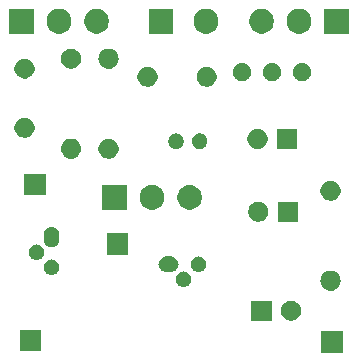
<source format=gbr>
G04 #@! TF.GenerationSoftware,KiCad,Pcbnew,5.0.2+dfsg1-1~bpo9+1*
G04 #@! TF.CreationDate,2020-10-14T23:05:51+08:00*
G04 #@! TF.ProjectId,BC108 NPN Fuzz Face,42433130-3820-44e5-904e-2046757a7a20,rev?*
G04 #@! TF.SameCoordinates,Original*
G04 #@! TF.FileFunction,Soldermask,Top*
G04 #@! TF.FilePolarity,Negative*
%FSLAX46Y46*%
G04 Gerber Fmt 4.6, Leading zero omitted, Abs format (unit mm)*
G04 Created by KiCad (PCBNEW 5.0.2+dfsg1-1~bpo9+1) date Wednesday, 14 October, 2020 11:05:51 PM PST*
%MOMM*%
%LPD*%
G01*
G04 APERTURE LIST*
%ADD10C,0.100000*%
G04 APERTURE END LIST*
D10*
G36*
X148094000Y-77863000D02*
X146292000Y-77863000D01*
X146292000Y-76061000D01*
X148094000Y-76061000D01*
X148094000Y-77863000D01*
X148094000Y-77863000D01*
G37*
G36*
X122567000Y-77736000D02*
X120765000Y-77736000D01*
X120765000Y-75934000D01*
X122567000Y-75934000D01*
X122567000Y-77736000D01*
X122567000Y-77736000D01*
G37*
G36*
X142075000Y-75146000D02*
X140373000Y-75146000D01*
X140373000Y-73444000D01*
X142075000Y-73444000D01*
X142075000Y-75146000D01*
X142075000Y-75146000D01*
G37*
G36*
X143972228Y-73476703D02*
X144127100Y-73540853D01*
X144266481Y-73633985D01*
X144385015Y-73752519D01*
X144478147Y-73891900D01*
X144542297Y-74046772D01*
X144575000Y-74211184D01*
X144575000Y-74378816D01*
X144542297Y-74543228D01*
X144478147Y-74698100D01*
X144385015Y-74837481D01*
X144266481Y-74956015D01*
X144127100Y-75049147D01*
X143972228Y-75113297D01*
X143807816Y-75146000D01*
X143640184Y-75146000D01*
X143475772Y-75113297D01*
X143320900Y-75049147D01*
X143181519Y-74956015D01*
X143062985Y-74837481D01*
X142969853Y-74698100D01*
X142905703Y-74543228D01*
X142873000Y-74378816D01*
X142873000Y-74211184D01*
X142905703Y-74046772D01*
X142969853Y-73891900D01*
X143062985Y-73752519D01*
X143181519Y-73633985D01*
X143320900Y-73540853D01*
X143475772Y-73476703D01*
X143640184Y-73444000D01*
X143807816Y-73444000D01*
X143972228Y-73476703D01*
X143972228Y-73476703D01*
G37*
G36*
X147232821Y-70916313D02*
X147232824Y-70916314D01*
X147232825Y-70916314D01*
X147393239Y-70964975D01*
X147393241Y-70964976D01*
X147393244Y-70964977D01*
X147541078Y-71043995D01*
X147670659Y-71150341D01*
X147777005Y-71279922D01*
X147856023Y-71427756D01*
X147904687Y-71588179D01*
X147921117Y-71755000D01*
X147904687Y-71921821D01*
X147904686Y-71921824D01*
X147904686Y-71921825D01*
X147883573Y-71991426D01*
X147856023Y-72082244D01*
X147777005Y-72230078D01*
X147670659Y-72359659D01*
X147541078Y-72466005D01*
X147393244Y-72545023D01*
X147393241Y-72545024D01*
X147393239Y-72545025D01*
X147232825Y-72593686D01*
X147232824Y-72593686D01*
X147232821Y-72593687D01*
X147107804Y-72606000D01*
X147024196Y-72606000D01*
X146899179Y-72593687D01*
X146899176Y-72593686D01*
X146899175Y-72593686D01*
X146738761Y-72545025D01*
X146738759Y-72545024D01*
X146738756Y-72545023D01*
X146590922Y-72466005D01*
X146461341Y-72359659D01*
X146354995Y-72230078D01*
X146275977Y-72082244D01*
X146248428Y-71991426D01*
X146227314Y-71921825D01*
X146227314Y-71921824D01*
X146227313Y-71921821D01*
X146210883Y-71755000D01*
X146227313Y-71588179D01*
X146275977Y-71427756D01*
X146354995Y-71279922D01*
X146461341Y-71150341D01*
X146590922Y-71043995D01*
X146738756Y-70964977D01*
X146738759Y-70964976D01*
X146738761Y-70964975D01*
X146899175Y-70916314D01*
X146899176Y-70916314D01*
X146899179Y-70916313D01*
X147024196Y-70904000D01*
X147107804Y-70904000D01*
X147232821Y-70916313D01*
X147232821Y-70916313D01*
G37*
G36*
X134683855Y-70980140D02*
X134747618Y-70986420D01*
X134822054Y-71009000D01*
X134870333Y-71023645D01*
X134965574Y-71074553D01*
X134983426Y-71084095D01*
X135082553Y-71165447D01*
X135163905Y-71264574D01*
X135163906Y-71264576D01*
X135224355Y-71377667D01*
X135224355Y-71377668D01*
X135261580Y-71500382D01*
X135274149Y-71628000D01*
X135261580Y-71755618D01*
X135236763Y-71837427D01*
X135224355Y-71878333D01*
X135201110Y-71921821D01*
X135163905Y-71991426D01*
X135082553Y-72090553D01*
X134983426Y-72171905D01*
X134983424Y-72171906D01*
X134870333Y-72232355D01*
X134829427Y-72244763D01*
X134747618Y-72269580D01*
X134683855Y-72275860D01*
X134651974Y-72279000D01*
X134588026Y-72279000D01*
X134556145Y-72275860D01*
X134492382Y-72269580D01*
X134410573Y-72244763D01*
X134369667Y-72232355D01*
X134256576Y-72171906D01*
X134256574Y-72171905D01*
X134157447Y-72090553D01*
X134076095Y-71991426D01*
X134038890Y-71921821D01*
X134015645Y-71878333D01*
X134003237Y-71837427D01*
X133978420Y-71755618D01*
X133965851Y-71628000D01*
X133978420Y-71500382D01*
X134015645Y-71377668D01*
X134015645Y-71377667D01*
X134076094Y-71264576D01*
X134076095Y-71264574D01*
X134157447Y-71165447D01*
X134256574Y-71084095D01*
X134274426Y-71074553D01*
X134369667Y-71023645D01*
X134417946Y-71009000D01*
X134492382Y-70986420D01*
X134556145Y-70980140D01*
X134588026Y-70977000D01*
X134651974Y-70977000D01*
X134683855Y-70980140D01*
X134683855Y-70980140D01*
G37*
G36*
X123507855Y-69964140D02*
X123571618Y-69970420D01*
X123646054Y-69993000D01*
X123694333Y-70007645D01*
X123794491Y-70061181D01*
X123807426Y-70068095D01*
X123906553Y-70149447D01*
X123987905Y-70248574D01*
X123987906Y-70248576D01*
X124048355Y-70361667D01*
X124048355Y-70361668D01*
X124085580Y-70484382D01*
X124098149Y-70612000D01*
X124085580Y-70739618D01*
X124061029Y-70820553D01*
X124048355Y-70862333D01*
X124026083Y-70904000D01*
X123987905Y-70975426D01*
X123906553Y-71074553D01*
X123807426Y-71155905D01*
X123807424Y-71155906D01*
X123694333Y-71216355D01*
X123653427Y-71228763D01*
X123571618Y-71253580D01*
X123507855Y-71259860D01*
X123475974Y-71263000D01*
X123412026Y-71263000D01*
X123380145Y-71259860D01*
X123316382Y-71253580D01*
X123234573Y-71228763D01*
X123193667Y-71216355D01*
X123080576Y-71155906D01*
X123080574Y-71155905D01*
X122981447Y-71074553D01*
X122900095Y-70975426D01*
X122861917Y-70904000D01*
X122839645Y-70862333D01*
X122826971Y-70820553D01*
X122802420Y-70739618D01*
X122789851Y-70612000D01*
X122802420Y-70484382D01*
X122839645Y-70361668D01*
X122839645Y-70361667D01*
X122900094Y-70248576D01*
X122900095Y-70248574D01*
X122981447Y-70149447D01*
X123080574Y-70068095D01*
X123093509Y-70061181D01*
X123193667Y-70007645D01*
X123241946Y-69993000D01*
X123316382Y-69970420D01*
X123380145Y-69964140D01*
X123412026Y-69961000D01*
X123475974Y-69961000D01*
X123507855Y-69964140D01*
X123507855Y-69964140D01*
G37*
G36*
X135953855Y-69710140D02*
X136017618Y-69716420D01*
X136099427Y-69741237D01*
X136140333Y-69753645D01*
X136235574Y-69804553D01*
X136253426Y-69814095D01*
X136352553Y-69895447D01*
X136433905Y-69994574D01*
X136433906Y-69994576D01*
X136494355Y-70107667D01*
X136494355Y-70107668D01*
X136531580Y-70230382D01*
X136544149Y-70358000D01*
X136531580Y-70485618D01*
X136506763Y-70567427D01*
X136494355Y-70608333D01*
X136440819Y-70708491D01*
X136433905Y-70721426D01*
X136352553Y-70820553D01*
X136253426Y-70901905D01*
X136240491Y-70908819D01*
X136140333Y-70962355D01*
X136099427Y-70974763D01*
X136017618Y-70999580D01*
X135953855Y-71005860D01*
X135921974Y-71009000D01*
X135858026Y-71009000D01*
X135826145Y-71005860D01*
X135762382Y-70999580D01*
X135680573Y-70974763D01*
X135639667Y-70962355D01*
X135539509Y-70908819D01*
X135526574Y-70901905D01*
X135427447Y-70820553D01*
X135346095Y-70721426D01*
X135339181Y-70708491D01*
X135285645Y-70608333D01*
X135273237Y-70567427D01*
X135248420Y-70485618D01*
X135235851Y-70358000D01*
X135248420Y-70230382D01*
X135285645Y-70107668D01*
X135285645Y-70107667D01*
X135346094Y-69994576D01*
X135346095Y-69994574D01*
X135427447Y-69895447D01*
X135526574Y-69814095D01*
X135544426Y-69804553D01*
X135639667Y-69753645D01*
X135680573Y-69741237D01*
X135762382Y-69716420D01*
X135826145Y-69710140D01*
X135858026Y-69707000D01*
X135921974Y-69707000D01*
X135953855Y-69710140D01*
X135953855Y-69710140D01*
G37*
G36*
X133613855Y-69710140D02*
X133677618Y-69716420D01*
X133759427Y-69741237D01*
X133800333Y-69753645D01*
X133895574Y-69804553D01*
X133913426Y-69814095D01*
X134012553Y-69895447D01*
X134093905Y-69994574D01*
X134093906Y-69994576D01*
X134154355Y-70107667D01*
X134154355Y-70107668D01*
X134191580Y-70230382D01*
X134204149Y-70358000D01*
X134191580Y-70485618D01*
X134166763Y-70567427D01*
X134154355Y-70608333D01*
X134100819Y-70708491D01*
X134093905Y-70721426D01*
X134012553Y-70820553D01*
X133913426Y-70901905D01*
X133900491Y-70908819D01*
X133800333Y-70962355D01*
X133759427Y-70974763D01*
X133677618Y-70999580D01*
X133613855Y-71005860D01*
X133581974Y-71009000D01*
X133118026Y-71009000D01*
X133086145Y-71005860D01*
X133022382Y-70999580D01*
X132940573Y-70974763D01*
X132899667Y-70962355D01*
X132799509Y-70908819D01*
X132786574Y-70901905D01*
X132687447Y-70820553D01*
X132606095Y-70721426D01*
X132599181Y-70708491D01*
X132545645Y-70608333D01*
X132533237Y-70567427D01*
X132508420Y-70485618D01*
X132495851Y-70358000D01*
X132508420Y-70230382D01*
X132545645Y-70107668D01*
X132545645Y-70107667D01*
X132606094Y-69994576D01*
X132606095Y-69994574D01*
X132687447Y-69895447D01*
X132786574Y-69814095D01*
X132804426Y-69804553D01*
X132899667Y-69753645D01*
X132940573Y-69741237D01*
X133022382Y-69716420D01*
X133086145Y-69710140D01*
X133118026Y-69707000D01*
X133581974Y-69707000D01*
X133613855Y-69710140D01*
X133613855Y-69710140D01*
G37*
G36*
X122237855Y-68694140D02*
X122301618Y-68700420D01*
X122383427Y-68725237D01*
X122424333Y-68737645D01*
X122524491Y-68791181D01*
X122537426Y-68798095D01*
X122636553Y-68879447D01*
X122717905Y-68978574D01*
X122717906Y-68978576D01*
X122778355Y-69091667D01*
X122778355Y-69091668D01*
X122815580Y-69214382D01*
X122828149Y-69342000D01*
X122815580Y-69469618D01*
X122792865Y-69544500D01*
X122778355Y-69592333D01*
X122724819Y-69692491D01*
X122717905Y-69705426D01*
X122636553Y-69804553D01*
X122537426Y-69885905D01*
X122537424Y-69885906D01*
X122424333Y-69946355D01*
X122383427Y-69958763D01*
X122301618Y-69983580D01*
X122237855Y-69989860D01*
X122205974Y-69993000D01*
X122142026Y-69993000D01*
X122110145Y-69989860D01*
X122046382Y-69983580D01*
X121964573Y-69958763D01*
X121923667Y-69946355D01*
X121810576Y-69885906D01*
X121810574Y-69885905D01*
X121711447Y-69804553D01*
X121630095Y-69705426D01*
X121623181Y-69692491D01*
X121569645Y-69592333D01*
X121555135Y-69544500D01*
X121532420Y-69469618D01*
X121519851Y-69342000D01*
X121532420Y-69214382D01*
X121569645Y-69091668D01*
X121569645Y-69091667D01*
X121630094Y-68978576D01*
X121630095Y-68978574D01*
X121711447Y-68879447D01*
X121810574Y-68798095D01*
X121823509Y-68791181D01*
X121923667Y-68737645D01*
X121964573Y-68725237D01*
X122046382Y-68700420D01*
X122110145Y-68694140D01*
X122142026Y-68691000D01*
X122205974Y-68691000D01*
X122237855Y-68694140D01*
X122237855Y-68694140D01*
G37*
G36*
X129933000Y-69544500D02*
X128131000Y-69544500D01*
X128131000Y-67742500D01*
X129933000Y-67742500D01*
X129933000Y-69544500D01*
X129933000Y-69544500D01*
G37*
G36*
X123571618Y-67230420D02*
X123653427Y-67255237D01*
X123694333Y-67267645D01*
X123794491Y-67321181D01*
X123807426Y-67328095D01*
X123906553Y-67409447D01*
X123987905Y-67508574D01*
X123987906Y-67508576D01*
X124048355Y-67621667D01*
X124048355Y-67621668D01*
X124085580Y-67744382D01*
X124095000Y-67840028D01*
X124095000Y-68303973D01*
X124085580Y-68399618D01*
X124060763Y-68481427D01*
X124048355Y-68522333D01*
X123994819Y-68622491D01*
X123987905Y-68635426D01*
X123906553Y-68734553D01*
X123906551Y-68734555D01*
X123840468Y-68788788D01*
X123807425Y-68815905D01*
X123754782Y-68844043D01*
X123694332Y-68876355D01*
X123653426Y-68888763D01*
X123571617Y-68913580D01*
X123444000Y-68926149D01*
X123316382Y-68913580D01*
X123234573Y-68888763D01*
X123193667Y-68876355D01*
X123080576Y-68815906D01*
X123080574Y-68815905D01*
X122981447Y-68734553D01*
X122900095Y-68635425D01*
X122839646Y-68522333D01*
X122839645Y-68522332D01*
X122827237Y-68481426D01*
X122802420Y-68399617D01*
X122793000Y-68303972D01*
X122793000Y-67840027D01*
X122802420Y-67744382D01*
X122839645Y-67621668D01*
X122839645Y-67621667D01*
X122900094Y-67508576D01*
X122900095Y-67508574D01*
X122981448Y-67409447D01*
X123080575Y-67328095D01*
X123093510Y-67321181D01*
X123193668Y-67267645D01*
X123234574Y-67255237D01*
X123316383Y-67230420D01*
X123444000Y-67217851D01*
X123571618Y-67230420D01*
X123571618Y-67230420D01*
G37*
G36*
X144297500Y-66764000D02*
X142595500Y-66764000D01*
X142595500Y-65062000D01*
X144297500Y-65062000D01*
X144297500Y-66764000D01*
X144297500Y-66764000D01*
G37*
G36*
X141194728Y-65094703D02*
X141349600Y-65158853D01*
X141488981Y-65251985D01*
X141607515Y-65370519D01*
X141700647Y-65509900D01*
X141764797Y-65664772D01*
X141797500Y-65829184D01*
X141797500Y-65996816D01*
X141764797Y-66161228D01*
X141700647Y-66316100D01*
X141607515Y-66455481D01*
X141488981Y-66574015D01*
X141349600Y-66667147D01*
X141194728Y-66731297D01*
X141030316Y-66764000D01*
X140862684Y-66764000D01*
X140698272Y-66731297D01*
X140543400Y-66667147D01*
X140404019Y-66574015D01*
X140285485Y-66455481D01*
X140192353Y-66316100D01*
X140128203Y-66161228D01*
X140095500Y-65996816D01*
X140095500Y-65829184D01*
X140128203Y-65664772D01*
X140192353Y-65509900D01*
X140285485Y-65370519D01*
X140404019Y-65251985D01*
X140543400Y-65158853D01*
X140698272Y-65094703D01*
X140862684Y-65062000D01*
X141030316Y-65062000D01*
X141194728Y-65094703D01*
X141194728Y-65094703D01*
G37*
G36*
X135434414Y-63696379D02*
X135434416Y-63696380D01*
X135434417Y-63696380D01*
X135520170Y-63731900D01*
X135625594Y-63775568D01*
X135797651Y-63890533D01*
X135943967Y-64036849D01*
X136058932Y-64208906D01*
X136138121Y-64400086D01*
X136178490Y-64603034D01*
X136178490Y-64809966D01*
X136138121Y-65012914D01*
X136058932Y-65204094D01*
X135943967Y-65376151D01*
X135797651Y-65522467D01*
X135797648Y-65522469D01*
X135625594Y-65637432D01*
X135434417Y-65716620D01*
X135434416Y-65716620D01*
X135434414Y-65716621D01*
X135231466Y-65756990D01*
X135024534Y-65756990D01*
X134821586Y-65716621D01*
X134821584Y-65716620D01*
X134821583Y-65716620D01*
X134630406Y-65637432D01*
X134458352Y-65522469D01*
X134458349Y-65522467D01*
X134312033Y-65376151D01*
X134197068Y-65204094D01*
X134117879Y-65012914D01*
X134077510Y-64809966D01*
X134077510Y-64603034D01*
X134117879Y-64400086D01*
X134197068Y-64208906D01*
X134312033Y-64036849D01*
X134458349Y-63890533D01*
X134630406Y-63775568D01*
X134735830Y-63731900D01*
X134821583Y-63696380D01*
X134821584Y-63696380D01*
X134821586Y-63696379D01*
X135024534Y-63656010D01*
X135231466Y-63656010D01*
X135434414Y-63696379D01*
X135434414Y-63696379D01*
G37*
G36*
X132259414Y-63696379D02*
X132259416Y-63696380D01*
X132259417Y-63696380D01*
X132345170Y-63731900D01*
X132450594Y-63775568D01*
X132622651Y-63890533D01*
X132768967Y-64036849D01*
X132883932Y-64208906D01*
X132963121Y-64400086D01*
X133003490Y-64603034D01*
X133003490Y-64809966D01*
X132963121Y-65012914D01*
X132883932Y-65204094D01*
X132768967Y-65376151D01*
X132622651Y-65522467D01*
X132622648Y-65522469D01*
X132450594Y-65637432D01*
X132259417Y-65716620D01*
X132259416Y-65716620D01*
X132259414Y-65716621D01*
X132056466Y-65756990D01*
X131849534Y-65756990D01*
X131646586Y-65716621D01*
X131646584Y-65716620D01*
X131646583Y-65716620D01*
X131455406Y-65637432D01*
X131283352Y-65522469D01*
X131283349Y-65522467D01*
X131137033Y-65376151D01*
X131022068Y-65204094D01*
X130942879Y-65012914D01*
X130902510Y-64809966D01*
X130902510Y-64603034D01*
X130942879Y-64400086D01*
X131022068Y-64208906D01*
X131137033Y-64036849D01*
X131283349Y-63890533D01*
X131455406Y-63775568D01*
X131560830Y-63731900D01*
X131646583Y-63696380D01*
X131646584Y-63696380D01*
X131646586Y-63696379D01*
X131849534Y-63656010D01*
X132056466Y-63656010D01*
X132259414Y-63696379D01*
X132259414Y-63696379D01*
G37*
G36*
X129828490Y-65756990D02*
X127727510Y-65756990D01*
X127727510Y-63656010D01*
X129828490Y-63656010D01*
X129828490Y-65756990D01*
X129828490Y-65756990D01*
G37*
G36*
X147314228Y-63316703D02*
X147469100Y-63380853D01*
X147608481Y-63473985D01*
X147727015Y-63592519D01*
X147820147Y-63731900D01*
X147884297Y-63886772D01*
X147917000Y-64051184D01*
X147917000Y-64218816D01*
X147884297Y-64383228D01*
X147820147Y-64538100D01*
X147727015Y-64677481D01*
X147608481Y-64796015D01*
X147469100Y-64889147D01*
X147314228Y-64953297D01*
X147149816Y-64986000D01*
X146982184Y-64986000D01*
X146817772Y-64953297D01*
X146662900Y-64889147D01*
X146523519Y-64796015D01*
X146404985Y-64677481D01*
X146311853Y-64538100D01*
X146247703Y-64383228D01*
X146215000Y-64218816D01*
X146215000Y-64051184D01*
X146247703Y-63886772D01*
X146311853Y-63731900D01*
X146404985Y-63592519D01*
X146523519Y-63473985D01*
X146662900Y-63380853D01*
X146817772Y-63316703D01*
X146982184Y-63284000D01*
X147149816Y-63284000D01*
X147314228Y-63316703D01*
X147314228Y-63316703D01*
G37*
G36*
X122948000Y-64528000D02*
X121146000Y-64528000D01*
X121146000Y-62726000D01*
X122948000Y-62726000D01*
X122948000Y-64528000D01*
X122948000Y-64528000D01*
G37*
G36*
X125261821Y-59740313D02*
X125261824Y-59740314D01*
X125261825Y-59740314D01*
X125422239Y-59788975D01*
X125422241Y-59788976D01*
X125422244Y-59788977D01*
X125570078Y-59867995D01*
X125699659Y-59974341D01*
X125806005Y-60103922D01*
X125885023Y-60251756D01*
X125885024Y-60251759D01*
X125885025Y-60251761D01*
X125917552Y-60358988D01*
X125933687Y-60412179D01*
X125950117Y-60579000D01*
X125933687Y-60745821D01*
X125933686Y-60745824D01*
X125933686Y-60745825D01*
X125908993Y-60827228D01*
X125885023Y-60906244D01*
X125806005Y-61054078D01*
X125699659Y-61183659D01*
X125570078Y-61290005D01*
X125422244Y-61369023D01*
X125422241Y-61369024D01*
X125422239Y-61369025D01*
X125261825Y-61417686D01*
X125261824Y-61417686D01*
X125261821Y-61417687D01*
X125136804Y-61430000D01*
X125053196Y-61430000D01*
X124928179Y-61417687D01*
X124928176Y-61417686D01*
X124928175Y-61417686D01*
X124767761Y-61369025D01*
X124767759Y-61369024D01*
X124767756Y-61369023D01*
X124619922Y-61290005D01*
X124490341Y-61183659D01*
X124383995Y-61054078D01*
X124304977Y-60906244D01*
X124281008Y-60827228D01*
X124256314Y-60745825D01*
X124256314Y-60745824D01*
X124256313Y-60745821D01*
X124239883Y-60579000D01*
X124256313Y-60412179D01*
X124272448Y-60358988D01*
X124304975Y-60251761D01*
X124304976Y-60251759D01*
X124304977Y-60251756D01*
X124383995Y-60103922D01*
X124490341Y-59974341D01*
X124619922Y-59867995D01*
X124767756Y-59788977D01*
X124767759Y-59788976D01*
X124767761Y-59788975D01*
X124928175Y-59740314D01*
X124928176Y-59740314D01*
X124928179Y-59740313D01*
X125053196Y-59728000D01*
X125136804Y-59728000D01*
X125261821Y-59740313D01*
X125261821Y-59740313D01*
G37*
G36*
X128518228Y-59760703D02*
X128673100Y-59824853D01*
X128812481Y-59917985D01*
X128931015Y-60036519D01*
X129024147Y-60175900D01*
X129088297Y-60330772D01*
X129121000Y-60495184D01*
X129121000Y-60662816D01*
X129088297Y-60827228D01*
X129024147Y-60982100D01*
X128931015Y-61121481D01*
X128812481Y-61240015D01*
X128673100Y-61333147D01*
X128518228Y-61397297D01*
X128353816Y-61430000D01*
X128186184Y-61430000D01*
X128021772Y-61397297D01*
X127866900Y-61333147D01*
X127727519Y-61240015D01*
X127608985Y-61121481D01*
X127515853Y-60982100D01*
X127451703Y-60827228D01*
X127419000Y-60662816D01*
X127419000Y-60495184D01*
X127451703Y-60330772D01*
X127515853Y-60175900D01*
X127608985Y-60036519D01*
X127727519Y-59917985D01*
X127866900Y-59824853D01*
X128021772Y-59760703D01*
X128186184Y-59728000D01*
X128353816Y-59728000D01*
X128518228Y-59760703D01*
X128518228Y-59760703D01*
G37*
G36*
X144234000Y-60604500D02*
X142532000Y-60604500D01*
X142532000Y-58902500D01*
X144234000Y-58902500D01*
X144234000Y-60604500D01*
X144234000Y-60604500D01*
G37*
G36*
X141131228Y-58935203D02*
X141286100Y-58999353D01*
X141425481Y-59092485D01*
X141544015Y-59211019D01*
X141637147Y-59350400D01*
X141701297Y-59505272D01*
X141734000Y-59669684D01*
X141734000Y-59837316D01*
X141701297Y-60001728D01*
X141637147Y-60156600D01*
X141544015Y-60295981D01*
X141425481Y-60414515D01*
X141286100Y-60507647D01*
X141131228Y-60571797D01*
X140966816Y-60604500D01*
X140799184Y-60604500D01*
X140634772Y-60571797D01*
X140479900Y-60507647D01*
X140340519Y-60414515D01*
X140221985Y-60295981D01*
X140128853Y-60156600D01*
X140064703Y-60001728D01*
X140032000Y-59837316D01*
X140032000Y-59669684D01*
X140064703Y-59505272D01*
X140128853Y-59350400D01*
X140221985Y-59211019D01*
X140340519Y-59092485D01*
X140479900Y-58999353D01*
X140634772Y-58935203D01*
X140799184Y-58902500D01*
X140966816Y-58902500D01*
X141131228Y-58935203D01*
X141131228Y-58935203D01*
G37*
G36*
X136174890Y-59318017D02*
X136293361Y-59367089D01*
X136399992Y-59438338D01*
X136490662Y-59529008D01*
X136561911Y-59635639D01*
X136610983Y-59754110D01*
X136636000Y-59879881D01*
X136636000Y-60008119D01*
X136610983Y-60133890D01*
X136561911Y-60252361D01*
X136490662Y-60358992D01*
X136399992Y-60449662D01*
X136293361Y-60520911D01*
X136174890Y-60569983D01*
X136049119Y-60595000D01*
X135920881Y-60595000D01*
X135795110Y-60569983D01*
X135676639Y-60520911D01*
X135570008Y-60449662D01*
X135479338Y-60358992D01*
X135408089Y-60252361D01*
X135359017Y-60133890D01*
X135334000Y-60008119D01*
X135334000Y-59879881D01*
X135359017Y-59754110D01*
X135408089Y-59635639D01*
X135479338Y-59529008D01*
X135570008Y-59438338D01*
X135676639Y-59367089D01*
X135795110Y-59318017D01*
X135920881Y-59293000D01*
X136049119Y-59293000D01*
X136174890Y-59318017D01*
X136174890Y-59318017D01*
G37*
G36*
X134174890Y-59318017D02*
X134293361Y-59367089D01*
X134399992Y-59438338D01*
X134490662Y-59529008D01*
X134561911Y-59635639D01*
X134610983Y-59754110D01*
X134636000Y-59879881D01*
X134636000Y-60008119D01*
X134610983Y-60133890D01*
X134561911Y-60252361D01*
X134490662Y-60358992D01*
X134399992Y-60449662D01*
X134293361Y-60520911D01*
X134174890Y-60569983D01*
X134049119Y-60595000D01*
X133920881Y-60595000D01*
X133795110Y-60569983D01*
X133676639Y-60520911D01*
X133570008Y-60449662D01*
X133479338Y-60358992D01*
X133408089Y-60252361D01*
X133359017Y-60133890D01*
X133334000Y-60008119D01*
X133334000Y-59879881D01*
X133359017Y-59754110D01*
X133408089Y-59635639D01*
X133479338Y-59529008D01*
X133570008Y-59438338D01*
X133676639Y-59367089D01*
X133795110Y-59318017D01*
X133920881Y-59293000D01*
X134049119Y-59293000D01*
X134174890Y-59318017D01*
X134174890Y-59318017D01*
G37*
G36*
X121406228Y-57982703D02*
X121561100Y-58046853D01*
X121700481Y-58139985D01*
X121819015Y-58258519D01*
X121912147Y-58397900D01*
X121976297Y-58552772D01*
X122009000Y-58717184D01*
X122009000Y-58884816D01*
X121976297Y-59049228D01*
X121912147Y-59204100D01*
X121819015Y-59343481D01*
X121700481Y-59462015D01*
X121561100Y-59555147D01*
X121406228Y-59619297D01*
X121241816Y-59652000D01*
X121074184Y-59652000D01*
X120909772Y-59619297D01*
X120754900Y-59555147D01*
X120615519Y-59462015D01*
X120496985Y-59343481D01*
X120403853Y-59204100D01*
X120339703Y-59049228D01*
X120307000Y-58884816D01*
X120307000Y-58717184D01*
X120339703Y-58552772D01*
X120403853Y-58397900D01*
X120496985Y-58258519D01*
X120615519Y-58139985D01*
X120754900Y-58046853D01*
X120909772Y-57982703D01*
X121074184Y-57950000D01*
X121241816Y-57950000D01*
X121406228Y-57982703D01*
X121406228Y-57982703D01*
G37*
G36*
X131820228Y-53664703D02*
X131975100Y-53728853D01*
X132114481Y-53821985D01*
X132233015Y-53940519D01*
X132326147Y-54079900D01*
X132390297Y-54234772D01*
X132423000Y-54399184D01*
X132423000Y-54566816D01*
X132390297Y-54731228D01*
X132326147Y-54886100D01*
X132233015Y-55025481D01*
X132114481Y-55144015D01*
X131975100Y-55237147D01*
X131820228Y-55301297D01*
X131655816Y-55334000D01*
X131488184Y-55334000D01*
X131323772Y-55301297D01*
X131168900Y-55237147D01*
X131029519Y-55144015D01*
X130910985Y-55025481D01*
X130817853Y-54886100D01*
X130753703Y-54731228D01*
X130721000Y-54566816D01*
X130721000Y-54399184D01*
X130753703Y-54234772D01*
X130817853Y-54079900D01*
X130910985Y-53940519D01*
X131029519Y-53821985D01*
X131168900Y-53728853D01*
X131323772Y-53664703D01*
X131488184Y-53632000D01*
X131655816Y-53632000D01*
X131820228Y-53664703D01*
X131820228Y-53664703D01*
G37*
G36*
X136820228Y-53664703D02*
X136975100Y-53728853D01*
X137114481Y-53821985D01*
X137233015Y-53940519D01*
X137326147Y-54079900D01*
X137390297Y-54234772D01*
X137423000Y-54399184D01*
X137423000Y-54566816D01*
X137390297Y-54731228D01*
X137326147Y-54886100D01*
X137233015Y-55025481D01*
X137114481Y-55144015D01*
X136975100Y-55237147D01*
X136820228Y-55301297D01*
X136655816Y-55334000D01*
X136488184Y-55334000D01*
X136323772Y-55301297D01*
X136168900Y-55237147D01*
X136029519Y-55144015D01*
X135910985Y-55025481D01*
X135817853Y-54886100D01*
X135753703Y-54731228D01*
X135721000Y-54566816D01*
X135721000Y-54399184D01*
X135753703Y-54234772D01*
X135817853Y-54079900D01*
X135910985Y-53940519D01*
X136029519Y-53821985D01*
X136168900Y-53728853D01*
X136323772Y-53664703D01*
X136488184Y-53632000D01*
X136655816Y-53632000D01*
X136820228Y-53664703D01*
X136820228Y-53664703D01*
G37*
G36*
X144778589Y-53340876D02*
X144877893Y-53360629D01*
X145018206Y-53418748D01*
X145144484Y-53503125D01*
X145251875Y-53610516D01*
X145336252Y-53736794D01*
X145394371Y-53877107D01*
X145424000Y-54026063D01*
X145424000Y-54177937D01*
X145394371Y-54326893D01*
X145336252Y-54467206D01*
X145251875Y-54593484D01*
X145144484Y-54700875D01*
X145018206Y-54785252D01*
X144877893Y-54843371D01*
X144778589Y-54863124D01*
X144728938Y-54873000D01*
X144577062Y-54873000D01*
X144527411Y-54863124D01*
X144428107Y-54843371D01*
X144287794Y-54785252D01*
X144161516Y-54700875D01*
X144054125Y-54593484D01*
X143969748Y-54467206D01*
X143911629Y-54326893D01*
X143882000Y-54177937D01*
X143882000Y-54026063D01*
X143911629Y-53877107D01*
X143969748Y-53736794D01*
X144054125Y-53610516D01*
X144161516Y-53503125D01*
X144287794Y-53418748D01*
X144428107Y-53360629D01*
X144527411Y-53340876D01*
X144577062Y-53331000D01*
X144728938Y-53331000D01*
X144778589Y-53340876D01*
X144778589Y-53340876D01*
G37*
G36*
X142238589Y-53340876D02*
X142337893Y-53360629D01*
X142478206Y-53418748D01*
X142604484Y-53503125D01*
X142711875Y-53610516D01*
X142796252Y-53736794D01*
X142854371Y-53877107D01*
X142884000Y-54026063D01*
X142884000Y-54177937D01*
X142854371Y-54326893D01*
X142796252Y-54467206D01*
X142711875Y-54593484D01*
X142604484Y-54700875D01*
X142478206Y-54785252D01*
X142337893Y-54843371D01*
X142238589Y-54863124D01*
X142188938Y-54873000D01*
X142037062Y-54873000D01*
X141987411Y-54863124D01*
X141888107Y-54843371D01*
X141747794Y-54785252D01*
X141621516Y-54700875D01*
X141514125Y-54593484D01*
X141429748Y-54467206D01*
X141371629Y-54326893D01*
X141342000Y-54177937D01*
X141342000Y-54026063D01*
X141371629Y-53877107D01*
X141429748Y-53736794D01*
X141514125Y-53610516D01*
X141621516Y-53503125D01*
X141747794Y-53418748D01*
X141888107Y-53360629D01*
X141987411Y-53340876D01*
X142037062Y-53331000D01*
X142188938Y-53331000D01*
X142238589Y-53340876D01*
X142238589Y-53340876D01*
G37*
G36*
X139698589Y-53340876D02*
X139797893Y-53360629D01*
X139938206Y-53418748D01*
X140064484Y-53503125D01*
X140171875Y-53610516D01*
X140256252Y-53736794D01*
X140314371Y-53877107D01*
X140344000Y-54026063D01*
X140344000Y-54177937D01*
X140314371Y-54326893D01*
X140256252Y-54467206D01*
X140171875Y-54593484D01*
X140064484Y-54700875D01*
X139938206Y-54785252D01*
X139797893Y-54843371D01*
X139698589Y-54863124D01*
X139648938Y-54873000D01*
X139497062Y-54873000D01*
X139447411Y-54863124D01*
X139348107Y-54843371D01*
X139207794Y-54785252D01*
X139081516Y-54700875D01*
X138974125Y-54593484D01*
X138889748Y-54467206D01*
X138831629Y-54326893D01*
X138802000Y-54177937D01*
X138802000Y-54026063D01*
X138831629Y-53877107D01*
X138889748Y-53736794D01*
X138974125Y-53610516D01*
X139081516Y-53503125D01*
X139207794Y-53418748D01*
X139348107Y-53360629D01*
X139447411Y-53340876D01*
X139497062Y-53331000D01*
X139648938Y-53331000D01*
X139698589Y-53340876D01*
X139698589Y-53340876D01*
G37*
G36*
X121406228Y-52982703D02*
X121561100Y-53046853D01*
X121700481Y-53139985D01*
X121819015Y-53258519D01*
X121912147Y-53397900D01*
X121976297Y-53552772D01*
X122009000Y-53717184D01*
X122009000Y-53884816D01*
X121976297Y-54049228D01*
X121912147Y-54204100D01*
X121819015Y-54343481D01*
X121700481Y-54462015D01*
X121561100Y-54555147D01*
X121406228Y-54619297D01*
X121241816Y-54652000D01*
X121074184Y-54652000D01*
X120909772Y-54619297D01*
X120754900Y-54555147D01*
X120615519Y-54462015D01*
X120496985Y-54343481D01*
X120403853Y-54204100D01*
X120339703Y-54049228D01*
X120307000Y-53884816D01*
X120307000Y-53717184D01*
X120339703Y-53552772D01*
X120403853Y-53397900D01*
X120496985Y-53258519D01*
X120615519Y-53139985D01*
X120754900Y-53046853D01*
X120909772Y-52982703D01*
X121074184Y-52950000D01*
X121241816Y-52950000D01*
X121406228Y-52982703D01*
X121406228Y-52982703D01*
G37*
G36*
X128436821Y-52120313D02*
X128436824Y-52120314D01*
X128436825Y-52120314D01*
X128597239Y-52168975D01*
X128597241Y-52168976D01*
X128597244Y-52168977D01*
X128745078Y-52247995D01*
X128874659Y-52354341D01*
X128981005Y-52483922D01*
X129060023Y-52631756D01*
X129060024Y-52631759D01*
X129060025Y-52631761D01*
X129108686Y-52792175D01*
X129108687Y-52792179D01*
X129125117Y-52959000D01*
X129108687Y-53125821D01*
X129108686Y-53125824D01*
X129108686Y-53125825D01*
X129068434Y-53258519D01*
X129060023Y-53286244D01*
X128981005Y-53434078D01*
X128874659Y-53563659D01*
X128745078Y-53670005D01*
X128597244Y-53749023D01*
X128597241Y-53749024D01*
X128597239Y-53749025D01*
X128436825Y-53797686D01*
X128436824Y-53797686D01*
X128436821Y-53797687D01*
X128311804Y-53810000D01*
X128228196Y-53810000D01*
X128103179Y-53797687D01*
X128103176Y-53797686D01*
X128103175Y-53797686D01*
X127942761Y-53749025D01*
X127942759Y-53749024D01*
X127942756Y-53749023D01*
X127794922Y-53670005D01*
X127665341Y-53563659D01*
X127558995Y-53434078D01*
X127479977Y-53286244D01*
X127471567Y-53258519D01*
X127431314Y-53125825D01*
X127431314Y-53125824D01*
X127431313Y-53125821D01*
X127414883Y-52959000D01*
X127431313Y-52792179D01*
X127431314Y-52792175D01*
X127479975Y-52631761D01*
X127479976Y-52631759D01*
X127479977Y-52631756D01*
X127558995Y-52483922D01*
X127665341Y-52354341D01*
X127794922Y-52247995D01*
X127942756Y-52168977D01*
X127942759Y-52168976D01*
X127942761Y-52168975D01*
X128103175Y-52120314D01*
X128103176Y-52120314D01*
X128103179Y-52120313D01*
X128228196Y-52108000D01*
X128311804Y-52108000D01*
X128436821Y-52120313D01*
X128436821Y-52120313D01*
G37*
G36*
X125343228Y-52140703D02*
X125498100Y-52204853D01*
X125637481Y-52297985D01*
X125756015Y-52416519D01*
X125849147Y-52555900D01*
X125913297Y-52710772D01*
X125946000Y-52875184D01*
X125946000Y-53042816D01*
X125913297Y-53207228D01*
X125849147Y-53362100D01*
X125756015Y-53501481D01*
X125637481Y-53620015D01*
X125498100Y-53713147D01*
X125343228Y-53777297D01*
X125178816Y-53810000D01*
X125011184Y-53810000D01*
X124846772Y-53777297D01*
X124691900Y-53713147D01*
X124552519Y-53620015D01*
X124433985Y-53501481D01*
X124340853Y-53362100D01*
X124276703Y-53207228D01*
X124244000Y-53042816D01*
X124244000Y-52875184D01*
X124276703Y-52710772D01*
X124340853Y-52555900D01*
X124433985Y-52416519D01*
X124552519Y-52297985D01*
X124691900Y-52204853D01*
X124846772Y-52140703D01*
X125011184Y-52108000D01*
X125178816Y-52108000D01*
X125343228Y-52140703D01*
X125343228Y-52140703D01*
G37*
G36*
X121954490Y-50834490D02*
X119853510Y-50834490D01*
X119853510Y-48733510D01*
X121954490Y-48733510D01*
X121954490Y-50834490D01*
X121954490Y-50834490D01*
G37*
G36*
X124385414Y-48773879D02*
X124385416Y-48773880D01*
X124385417Y-48773880D01*
X124576594Y-48853068D01*
X124748651Y-48968033D01*
X124894967Y-49114349D01*
X125009932Y-49286406D01*
X125089121Y-49477586D01*
X125129490Y-49680534D01*
X125129490Y-49887466D01*
X125089121Y-50090414D01*
X125009932Y-50281594D01*
X124894967Y-50453651D01*
X124748651Y-50599967D01*
X124748648Y-50599969D01*
X124576594Y-50714932D01*
X124385417Y-50794120D01*
X124385416Y-50794120D01*
X124385414Y-50794121D01*
X124182466Y-50834490D01*
X123975534Y-50834490D01*
X123772586Y-50794121D01*
X123772584Y-50794120D01*
X123772583Y-50794120D01*
X123581406Y-50714932D01*
X123409352Y-50599969D01*
X123409349Y-50599967D01*
X123263033Y-50453651D01*
X123148068Y-50281594D01*
X123068879Y-50090414D01*
X123028510Y-49887466D01*
X123028510Y-49680534D01*
X123068879Y-49477586D01*
X123148068Y-49286406D01*
X123263033Y-49114349D01*
X123409349Y-48968033D01*
X123581406Y-48853068D01*
X123772583Y-48773880D01*
X123772584Y-48773880D01*
X123772586Y-48773879D01*
X123975534Y-48733510D01*
X124182466Y-48733510D01*
X124385414Y-48773879D01*
X124385414Y-48773879D01*
G37*
G36*
X127560414Y-48773879D02*
X127560416Y-48773880D01*
X127560417Y-48773880D01*
X127751594Y-48853068D01*
X127923651Y-48968033D01*
X128069967Y-49114349D01*
X128184932Y-49286406D01*
X128264121Y-49477586D01*
X128304490Y-49680534D01*
X128304490Y-49887466D01*
X128264121Y-50090414D01*
X128184932Y-50281594D01*
X128069967Y-50453651D01*
X127923651Y-50599967D01*
X127923648Y-50599969D01*
X127751594Y-50714932D01*
X127560417Y-50794120D01*
X127560416Y-50794120D01*
X127560414Y-50794121D01*
X127357466Y-50834490D01*
X127150534Y-50834490D01*
X126947586Y-50794121D01*
X126947584Y-50794120D01*
X126947583Y-50794120D01*
X126756406Y-50714932D01*
X126584352Y-50599969D01*
X126584349Y-50599967D01*
X126438033Y-50453651D01*
X126323068Y-50281594D01*
X126243879Y-50090414D01*
X126203510Y-49887466D01*
X126203510Y-49680534D01*
X126243879Y-49477586D01*
X126323068Y-49286406D01*
X126438033Y-49114349D01*
X126584349Y-48968033D01*
X126756406Y-48853068D01*
X126947583Y-48773880D01*
X126947584Y-48773880D01*
X126947586Y-48773879D01*
X127150534Y-48733510D01*
X127357466Y-48733510D01*
X127560414Y-48773879D01*
X127560414Y-48773879D01*
G37*
G36*
X148624490Y-50834490D02*
X146523510Y-50834490D01*
X146523510Y-48733510D01*
X148624490Y-48733510D01*
X148624490Y-50834490D01*
X148624490Y-50834490D01*
G37*
G36*
X144705414Y-48773879D02*
X144705416Y-48773880D01*
X144705417Y-48773880D01*
X144896594Y-48853068D01*
X145068651Y-48968033D01*
X145214967Y-49114349D01*
X145329932Y-49286406D01*
X145409121Y-49477586D01*
X145449490Y-49680534D01*
X145449490Y-49887466D01*
X145409121Y-50090414D01*
X145329932Y-50281594D01*
X145214967Y-50453651D01*
X145068651Y-50599967D01*
X145068648Y-50599969D01*
X144896594Y-50714932D01*
X144705417Y-50794120D01*
X144705416Y-50794120D01*
X144705414Y-50794121D01*
X144502466Y-50834490D01*
X144295534Y-50834490D01*
X144092586Y-50794121D01*
X144092584Y-50794120D01*
X144092583Y-50794120D01*
X143901406Y-50714932D01*
X143729352Y-50599969D01*
X143729349Y-50599967D01*
X143583033Y-50453651D01*
X143468068Y-50281594D01*
X143388879Y-50090414D01*
X143348510Y-49887466D01*
X143348510Y-49680534D01*
X143388879Y-49477586D01*
X143468068Y-49286406D01*
X143583033Y-49114349D01*
X143729349Y-48968033D01*
X143901406Y-48853068D01*
X144092583Y-48773880D01*
X144092584Y-48773880D01*
X144092586Y-48773879D01*
X144295534Y-48733510D01*
X144502466Y-48733510D01*
X144705414Y-48773879D01*
X144705414Y-48773879D01*
G37*
G36*
X141530414Y-48773879D02*
X141530416Y-48773880D01*
X141530417Y-48773880D01*
X141721594Y-48853068D01*
X141893651Y-48968033D01*
X142039967Y-49114349D01*
X142154932Y-49286406D01*
X142234121Y-49477586D01*
X142274490Y-49680534D01*
X142274490Y-49887466D01*
X142234121Y-50090414D01*
X142154932Y-50281594D01*
X142039967Y-50453651D01*
X141893651Y-50599967D01*
X141893648Y-50599969D01*
X141721594Y-50714932D01*
X141530417Y-50794120D01*
X141530416Y-50794120D01*
X141530414Y-50794121D01*
X141327466Y-50834490D01*
X141120534Y-50834490D01*
X140917586Y-50794121D01*
X140917584Y-50794120D01*
X140917583Y-50794120D01*
X140726406Y-50714932D01*
X140554352Y-50599969D01*
X140554349Y-50599967D01*
X140408033Y-50453651D01*
X140293068Y-50281594D01*
X140213879Y-50090414D01*
X140173510Y-49887466D01*
X140173510Y-49680534D01*
X140213879Y-49477586D01*
X140293068Y-49286406D01*
X140408033Y-49114349D01*
X140554349Y-48968033D01*
X140726406Y-48853068D01*
X140917583Y-48773880D01*
X140917584Y-48773880D01*
X140917586Y-48773879D01*
X141120534Y-48733510D01*
X141327466Y-48733510D01*
X141530414Y-48773879D01*
X141530414Y-48773879D01*
G37*
G36*
X136831414Y-48773879D02*
X136831416Y-48773880D01*
X136831417Y-48773880D01*
X137022594Y-48853068D01*
X137194651Y-48968033D01*
X137340967Y-49114349D01*
X137455932Y-49286406D01*
X137535121Y-49477586D01*
X137575490Y-49680534D01*
X137575490Y-49887466D01*
X137535121Y-50090414D01*
X137455932Y-50281594D01*
X137340967Y-50453651D01*
X137194651Y-50599967D01*
X137194648Y-50599969D01*
X137022594Y-50714932D01*
X136831417Y-50794120D01*
X136831416Y-50794120D01*
X136831414Y-50794121D01*
X136628466Y-50834490D01*
X136421534Y-50834490D01*
X136218586Y-50794121D01*
X136218584Y-50794120D01*
X136218583Y-50794120D01*
X136027406Y-50714932D01*
X135855352Y-50599969D01*
X135855349Y-50599967D01*
X135709033Y-50453651D01*
X135594068Y-50281594D01*
X135514879Y-50090414D01*
X135474510Y-49887466D01*
X135474510Y-49680534D01*
X135514879Y-49477586D01*
X135594068Y-49286406D01*
X135709033Y-49114349D01*
X135855349Y-48968033D01*
X136027406Y-48853068D01*
X136218583Y-48773880D01*
X136218584Y-48773880D01*
X136218586Y-48773879D01*
X136421534Y-48733510D01*
X136628466Y-48733510D01*
X136831414Y-48773879D01*
X136831414Y-48773879D01*
G37*
G36*
X133765490Y-50834490D02*
X131664510Y-50834490D01*
X131664510Y-48733510D01*
X133765490Y-48733510D01*
X133765490Y-50834490D01*
X133765490Y-50834490D01*
G37*
M02*

</source>
